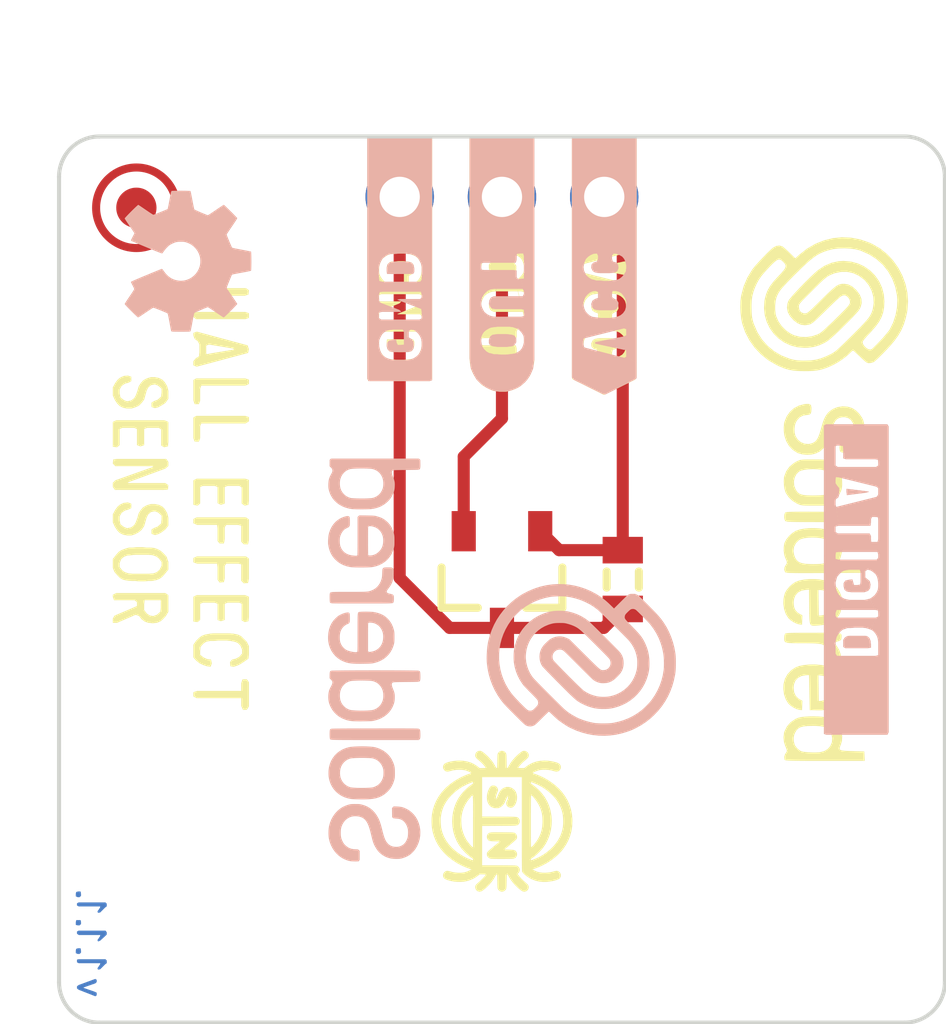
<source format=kicad_pcb>
(kicad_pcb (version 20210623) (generator pcbnew)
  (title_block (title "Hall effect sensor digital") (date "2021-09-01") (rev "V1.1.1.") (company "SOLDERED") (comment 1 "333082"))
  (layers (0 "F.Cu" mixed) (31 "B.Cu" signal) (34 "B.Paste" user) (35 "F.Paste" user) (36 "B.SilkS" user "B.Silkscreen") (37 "F.SilkS" user "F.Silkscreen") (38 "B.Mask" user) (39 "F.Mask" user) (44 "Edge.Cuts" user))
  (net 0 "")
  (net 1 "GND")
  (net 2 "VCC")
  (net 3 "OUT")
  (footprint "buzzardLabel" (layer "F.Cu") (at 88.46 107.6 -90)
    (fp_text reference "" (at 0 0 90) (layer "F.SilkS") (effects (font (size 1.27 1.27))))
    (fp_text value "" (at 0 0 90) (layer "F.SilkS") (effects (font (size 1.27 1.27))))
  )
  (footprint "Soldered Graphics:Logo-Front-SolderedFULL-13mm" (layer "F.Cu") (at 99 117 -90)
    (fp_text reference "REF**" hide)
    (fp_text value "Logo-Front-SolderedFULL-13mm" hide)
  )
  (footprint "e-radionica.com footprinti:FIDUCIAL_23" (layer "F.Cu") (at 81.92 109.77)
    (fp_text reference "FD1")
    (fp_text value "FIDUCIAL")
    (fp_circle (center 0 0) (end 1 0) (layer "F.Cu") (width 0.2) (fill none))
    (pad "1" smd circle (at 0 0) (size 1 1) (layers "F.Cu" "F.Paste" "F.Mask") (clearance 1.1))
  )
  (footprint "e-radionica.com footprinti:SOT-23-3" (layer "F.Cu") (at 91 119 -90)
    (fp_text reference "U1")
    (fp_text value "SI7201-B-06-IV")
    (pad "1" smd rect locked (at -1.2 -0.95) (size 0.6 1) (layers "F.Cu" "F.Paste" "F.Mask") (net 2 "VCC"))
    (pad "2" smd rect locked (at -1.2 0.95) (size 0.6 1) (layers "F.Cu" "F.Paste" "F.Mask") (net 3 "OUT"))
    (pad "3" smd rect locked (at 1.2 0) (size 0.6 1) (layers "F.Cu" "F.Paste" "F.Mask") (net 1 "GND"))
  )
  (footprint "Soldered Graphics:Logo-Back-OSH-3.5mm" (layer "F.Cu") (at 83.2 111.1 -90)
    (fp_text reference "G***" hide)
    (fp_text value "LOGO" hide)
  )
  (footprint "e-radionica.com footprinti:HOLE_3.2mm" (layer "F.Cu") (at 99 127)
    (fp_text reference "H2" hide)
    (fp_text value "HOLE_3.2mm" hide)
    (pad "" np_thru_hole circle locked (at 0 0) (size 3.2 3.2) (drill 3.2) (layers F&B.Cu *.Mask))
  )
  (footprint "buzzardLabel" (layer "F.Cu") (at 91 107.6 -90)
    (fp_text reference "" (at 0 0 90) (layer "F.SilkS") (effects (font (size 1.27 1.27))))
    (fp_text value "" (at 0 0 90) (layer "F.SilkS") (effects (font (size 1.27 1.27))))
  )
  (footprint "buzzardLabel" (layer "F.Cu") (at 82 117 -90)
    (fp_text reference "" (at 0 0 90) (layer "F.SilkS") (effects (font (size 1.27 1.27))))
    (fp_text value "" (at 0 0 90) (layer "F.SilkS") (effects (font (size 1.27 1.27))))
  )
  (footprint "e-radionica.com footprinti:0603C" (layer "F.Cu") (at 94 119 -90)
    (fp_text reference "C1")
    (fp_text value "0.1uF")
    (pad "1" smd rect locked (at -0.73 0 270) (size 0.66 1) (layers "F.Cu" "F.Paste" "F.Mask") (net 2 "VCC"))
    (pad "2" smd rect locked (at 0.73 0 270) (size 0.66 1) (layers "F.Cu" "F.Paste" "F.Mask") (net 1 "GND"))
  )
  (footprint "buzzardLabel" (layer "F.Cu") (at 93.54 107.6 -90)
    (fp_text reference "" (at 0 0 90) (layer "F.SilkS") (effects (font (size 1.27 1.27))))
    (fp_text value "" (at 0 0 90) (layer "F.SilkS") (effects (font (size 1.27 1.27))))
  )
  (footprint "buzzardLabel" (layer "F.Cu") (at 84 117 -90)
    (fp_text reference "" (at 0 0 90) (layer "F.SilkS") (effects (font (size 1.27 1.27))))
    (fp_text value "" (at 0 0 90) (layer "F.SilkS") (effects (font (size 1.27 1.27))))
  )
  (footprint "e-radionica.com footprinti:HOLE_3.2mm" (layer "F.Cu") (at 83 127)
    (fp_text reference "H1" hide)
    (fp_text value "HOLE_3.2mm" hide)
    (pad "" np_thru_hole circle locked (at 0 0) (size 3.2 3.2) (drill 3.2) (layers F&B.Cu *.Mask))
  )
  (footprint "Soldered Graphics:Logo-Back-SolderedVERTICAL-10mm" (layer "F.Cu") (at 91 121 -90)
    (fp_text reference "G***" hide)
    (fp_text value "LOGO" hide)
  )
  (footprint "Soldered Graphics:Symbol-Front-Magnetic-Field" (layer "F.Cu") (at 91 125 -90)
    (fp_text reference "G***" hide)
    (fp_text value "LOGO" hide)
  )
  (footprint "Soldered Graphics:Version1.1.1." (layer "B.Cu") (at 80.8 128 90)
    (fp_text reference "REF**" hide)
    (fp_text value "Version1.1.1." hide)
    (fp_poly (pts (xy -0.27 -0.38) (xy -0.22 -0.38) (xy -0.17 -0.37) (xy -0.16 -0.33) (xy -0.16 -0.27) (xy -0.21 -0.26) (xy -0.26 -0.26) (xy -0.29 -0.29) (xy -0.29 -0.34) (xy -0.27 -0.38)) (layer "B.Cu") (width 0.01) (fill solid))
    (fp_poly (pts (xy 0.43 -0.38) (xy 0.48 -0.38) (xy 0.54 -0.37) (xy 0.54 -0.33) (xy 0.54 -0.27) (xy 0.5 -0.26) (xy 0.45 -0.26) (xy 0.42 -0.29) (xy 0.42 -0.34) (xy 0.43 -0.38)) (layer "B.Cu") (width 0.01) (fill solid))
    (fp_poly (pts (xy 0.91 -0.35) (xy 0.96 -0.35) (xy 0.98 -0.31) (xy 0.98 0.35) (xy 0.95 0.38) (xy 0.89 0.38) (xy 0.86 0.34) (xy 0.74 0.22) (xy 0.73 0.17) (xy 0.76 0.16) (xy 0.85 0.22) (xy 0.89 0.23) (xy 0.89 -0.31) (xy 0.91 -0.35)) (layer "B.Cu") (width 0.01) (fill solid))
    (fp_poly (pts (xy -1.15 -0.35) (xy -1.1 -0.35) (xy -1.07 -0.31) (xy -0.92 0.1) (xy -0.94 0.13) (xy -0.99 0.13) (xy -1.02 0.1) (xy -1.11 -0.16) (xy -1.13 -0.21) (xy -1.15 -0.17) (xy -1.24 0.09) (xy -1.26 0.13) (xy -1.32 0.13) (xy -1.34 0.1) (xy -1.18 -0.31) (xy -1.15 -0.35)) (layer "B.Cu") (width 0.01) (fill solid))
    (fp_poly (pts (xy -0.5 -0.35) (xy -0.44 -0.35) (xy -0.43 -0.31) (xy -0.43 0.35) (xy -0.46 0.38) (xy -0.52 0.38) (xy -0.55 0.34) (xy -0.67 0.22) (xy -0.68 0.17) (xy -0.65 0.16) (xy -0.56 0.22) (xy -0.52 0.23) (xy -0.52 -0.31) (xy -0.5 -0.35)) (layer "B.Cu") (width 0.01) (fill solid))
    (fp_poly (pts (xy 1.14 -0.38) (xy 1.19 -0.38) (xy 1.24 -0.37) (xy 1.25 -0.33) (xy 1.25 -0.27) (xy 1.2 -0.26) (xy 1.15 -0.26) (xy 1.12 -0.29) (xy 1.12 -0.34) (xy 1.14 -0.38)) (layer "B.Cu") (width 0.01) (fill solid))
    (fp_poly (pts (xy 0.21 -0.35) (xy 0.26 -0.35) (xy 0.28 -0.31) (xy 0.28 0.35) (xy 0.24 0.38) (xy 0.19 0.38) (xy 0.15 0.34) (xy 0.04 0.22) (xy 0.02 0.17) (xy 0.05 0.16) (xy 0.14 0.22) (xy 0.18 0.23) (xy 0.18 -0.31) (xy 0.21 -0.35)) (layer "B.Cu") (width 0.01) (fill solid))
  )
  (footprint "buzzardLabel" (layer "B.Cu") (at 91 107.6 90)
    (fp_text reference "" (at 0 0 90) (layer "B.SilkS") (effects (font (size 1.27 1.27)) (justify mirror)))
    (fp_text value "" (at 0 0 90) (layer "B.SilkS") (effects (font (size 1.27 1.27)) (justify mirror)))
  )
  (footprint "e-radionica.com footprinti:HEADER_MALE_3X1" (layer "B.Cu") (at 91 109.5)
    (fp_text reference "K1")
    (fp_text value "HEADER_MALE_3X1")
    (pad "1" thru_hole circle locked (at -2.54 0) (size 1.7 1.7) (drill 1) (layers *.Cu *.Mask) (net 1 "GND"))
    (pad "2" thru_hole circle locked (at 0 0) (size 1.7 1.7) (drill 1) (layers *.Cu *.Mask) (net 3 "OUT"))
    (pad "3" thru_hole circle locked (at 2.54 0) (size 1.7 1.7) (drill 1) (layers *.Cu *.Mask) (net 2 "VCC"))
  )
  (footprint "buzzardLabel" (layer "B.Cu") (at 88.46 107.6 90)
    (fp_text reference "" (at 0 0 90) (layer "B.SilkS") (effects (font (size 1.27 1.27)) (justify mirror)))
    (fp_text value "" (at 0 0 90) (layer "B.SilkS") (effects (font (size 1.27 1.27)) (justify mirror)))
  )
  (footprint "buzzardLabel" (layer "B.Cu") (at 99.8 119 90)
    (fp_text reference "" (at 0 0 90) (layer "B.SilkS") (effects (font (size 1.27 1.27)) (justify mirror)))
    (fp_text value "" (at 0 0 90) (layer "B.SilkS") (effects (font (size 1.27 1.27)) (justify mirror)))
  )
  (footprint "buzzardLabel" (layer "B.Cu") (at 93.54 107.6 90)
    (fp_text reference "" (at 0 0 90) (layer "B.SilkS") (effects (font (size 1.27 1.27)) (justify mirror)))
    (fp_text value "" (at 0 0 90) (layer "B.SilkS") (effects (font (size 1.27 1.27)) (justify mirror)))
  )
  (gr_arc (start 101 129) (end 101 130) (angle -90) (layer "Edge.Cuts") (width 0.1))
  (gr_arc (start 81 109) (end 81 108) (angle -90) (layer "Edge.Cuts") (width 0.1))
  (gr_line (start 81 130) (end 101 130) (layer "Edge.Cuts") (width 0.1))
  (gr_line (start 102 129) (end 102 109) (layer "Edge.Cuts") (width 0.1))
  (gr_arc (start 101 109) (end 101 108) (angle 90) (layer "Edge.Cuts") (width 0.1))
  (gr_arc (start 81 129) (end 81 130) (angle 90) (layer "Edge.Cuts") (width 0.1))
  (gr_line (start 101 108) (end 81 108) (layer "Edge.Cuts") (width 0.1))
  (gr_line (start 80 109) (end 80 129) (layer "Edge.Cuts") (width 0.1))
  (segment (start 91 120.2) (end 93.53 120.2) (width 0.3) (layer "F.Cu") (net 1))
  (segment (start 89.7 120.2) (end 88.46 118.96) (width 0.3) (layer "F.Cu") (net 1))
  (segment (start 93.53 120.2) (end 94 119.73) (width 0.3) (layer "F.Cu") (net 1))
  (segment (start 91 120.2) (end 89.7 120.2) (width 0.3) (layer "F.Cu") (net 1))
  (segment (start 88.46 118.96) (end 88.46 109.5) (width 0.3) (layer "F.Cu") (net 1))
  (segment (start 94 118.27) (end 92.42 118.27) (width 0.3) (layer "F.Cu") (net 2))
  (segment (start 94 109.96) (end 93.54 109.5) (width 0.3) (layer "F.Cu") (net 2))
  (segment (start 94 118.27) (end 94 109.96) (width 0.3) (layer "F.Cu") (net 2))
  (segment (start 92.42 118.27) (end 91.95 117.8) (width 0.3) (layer "F.Cu") (net 2))
  (segment (start 90.05 115.95) (end 91 115) (width 0.3) (layer "F.Cu") (net 3))
  (segment (start 91 115) (end 91 109.5) (width 0.3) (layer "F.Cu") (net 3))
  (segment (start 90.05 117.8) (end 90.05 115.95) (width 0.3) (layer "F.Cu") (net 3))
)
</source>
